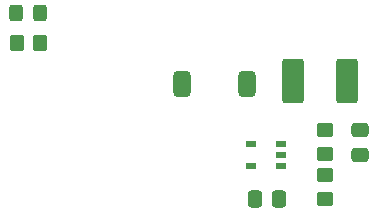
<source format=gbr>
%TF.GenerationSoftware,KiCad,Pcbnew,8.0.3*%
%TF.CreationDate,2024-06-13T10:05:26+02:00*%
%TF.ProjectId,radar_module,72616461-725f-46d6-9f64-756c652e6b69,rev?*%
%TF.SameCoordinates,Original*%
%TF.FileFunction,Paste,Bot*%
%TF.FilePolarity,Positive*%
%FSLAX46Y46*%
G04 Gerber Fmt 4.6, Leading zero omitted, Abs format (unit mm)*
G04 Created by KiCad (PCBNEW 8.0.3) date 2024-06-13 10:05:26*
%MOMM*%
%LPD*%
G01*
G04 APERTURE LIST*
G04 Aperture macros list*
%AMRoundRect*
0 Rectangle with rounded corners*
0 $1 Rounding radius*
0 $2 $3 $4 $5 $6 $7 $8 $9 X,Y pos of 4 corners*
0 Add a 4 corners polygon primitive as box body*
4,1,4,$2,$3,$4,$5,$6,$7,$8,$9,$2,$3,0*
0 Add four circle primitives for the rounded corners*
1,1,$1+$1,$2,$3*
1,1,$1+$1,$4,$5*
1,1,$1+$1,$6,$7*
1,1,$1+$1,$8,$9*
0 Add four rect primitives between the rounded corners*
20,1,$1+$1,$2,$3,$4,$5,0*
20,1,$1+$1,$4,$5,$6,$7,0*
20,1,$1+$1,$6,$7,$8,$9,0*
20,1,$1+$1,$8,$9,$2,$3,0*%
G04 Aperture macros list end*
%ADD10RoundRect,0.250000X-0.475000X0.337500X-0.475000X-0.337500X0.475000X-0.337500X0.475000X0.337500X0*%
%ADD11RoundRect,0.250000X-0.450000X0.350000X-0.450000X-0.350000X0.450000X-0.350000X0.450000X0.350000X0*%
%ADD12RoundRect,0.375000X-0.375000X-0.725000X0.375000X-0.725000X0.375000X0.725000X-0.375000X0.725000X0*%
%ADD13RoundRect,0.250000X-0.337500X-0.475000X0.337500X-0.475000X0.337500X0.475000X-0.337500X0.475000X0*%
%ADD14RoundRect,0.250000X0.325000X0.450000X-0.325000X0.450000X-0.325000X-0.450000X0.325000X-0.450000X0*%
%ADD15RoundRect,0.250000X0.350000X0.450000X-0.350000X0.450000X-0.350000X-0.450000X0.350000X-0.450000X0*%
%ADD16R,0.952500X0.508000*%
%ADD17RoundRect,0.250000X0.675000X1.625000X-0.675000X1.625000X-0.675000X-1.625000X0.675000X-1.625000X0*%
G04 APERTURE END LIST*
D10*
%TO.C,C2*%
X127600000Y-100362500D03*
X127600000Y-102437500D03*
%TD*%
D11*
%TO.C,R2*%
X124680000Y-104170000D03*
X124680000Y-106170000D03*
%TD*%
D12*
%TO.C,L1*%
X112540000Y-96430000D03*
X118040000Y-96430000D03*
%TD*%
D13*
%TO.C,C1*%
X118732500Y-106200000D03*
X120807500Y-106200000D03*
%TD*%
D14*
%TO.C,Movement!*%
X100535000Y-90420000D03*
X98485000Y-90420000D03*
%TD*%
D15*
%TO.C,R3*%
X100550000Y-92960000D03*
X98550000Y-92960000D03*
%TD*%
D16*
%TO.C,U1*%
X120930000Y-101510000D03*
X120930000Y-102460001D03*
X120930000Y-103410002D03*
X118377300Y-103410002D03*
X118377300Y-101510000D03*
%TD*%
D17*
%TO.C,D1*%
X126520000Y-96220000D03*
X121970000Y-96220000D03*
%TD*%
D11*
%TO.C,R1*%
X124680000Y-100330000D03*
X124680000Y-102330000D03*
%TD*%
M02*

</source>
